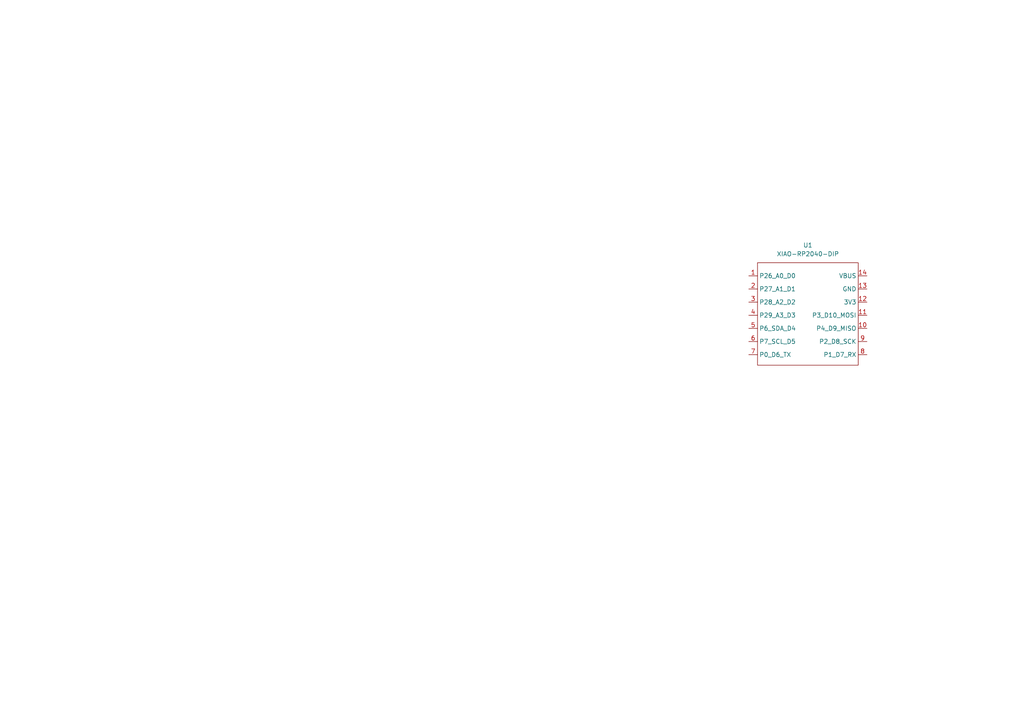
<source format=kicad_sch>
(kicad_sch (version 20250114) (generator "eeschema") (generator_version "9.0")
  (paper "A4")
  (lib_symbols
    (symbol "Seeed_Studio_XIAO_Series:XIAO-RP2040-DIP"
      (property "Reference" "U" (at -11.938 -1.524 0))
      (property "Value" "XIAO-RP2040-DIP" (at -3.556 -3.556 0))
      (symbol "XIAO-RP2040-DIP_0_1"
        (rectangle (start -12.7 -5.08) (end 16.51 -34.798))
      )
      (symbol "XIAO-RP2040-DIP_1_1"
        (pin passive line (at -15.24 -8.89 0) (length 2.54) (name "P26_A0_D0") (number "1"))
        (pin passive line (at -15.24 -12.7 0) (length 2.54) (name "P27_A1_D1") (number "2"))
        (pin passive line (at -15.24 -16.51 0) (length 2.54) (name "P28_A2_D2") (number "3"))
        (pin passive line (at -15.24 -20.32 0) (length 2.54) (name "P29_A3_D3") (number "4"))
        (pin passive line (at -15.24 -24.13 0) (length 2.54) (name "P6_SDA_D4") (number "5"))
        (pin passive line (at -15.24 -27.94 0) (length 2.54) (name "P7_SCL_D5") (number "6"))
        (pin passive line (at -15.24 -31.75 0) (length 2.54) (name "P0_D6_TX") (number "7"))
        (pin passive line (at 19.05 -8.89 180) (length 2.54) (name "VBUS") (number "14"))
        (pin passive line (at 19.05 -12.7 180) (length 2.54) (name "GND") (number "13"))
        (pin passive line (at 19.05 -16.51 180) (length 2.54) (name "3V3") (number "12"))
        (pin passive line (at 19.05 -20.32 180) (length 2.54) (name "P3_D10_MOSI") (number "11"))
        (pin passive line (at 19.05 -24.13 180) (length 2.54) (name "P4_D9_MISO") (number "10"))
        (pin passive line (at 19.05 -27.94 180) (length 2.54) (name "P2_D8_SCK") (number "9"))
        (pin passive line (at 19.05 -31.75 180) (length 2.54) (name "P1_D7_RX") (number "8"))
      )
    )
  )
  (symbol (lib_id "Seeed_Studio_XIAO_Series:XIAO-RP2040-DIP") (at 232.41 71.12 0) (unit 1)
    (property "Reference" "U1" (at 234.315 71.12 0))
    (property "Value" "XIAO-RP2040-DIP" (at 234.315 73.66 0))
    (property "Footprint" "Seeed_Studio_XIAO_Series:XIAO-RP2040-DIP" (effects (hide yes)))
  )
)
</source>
